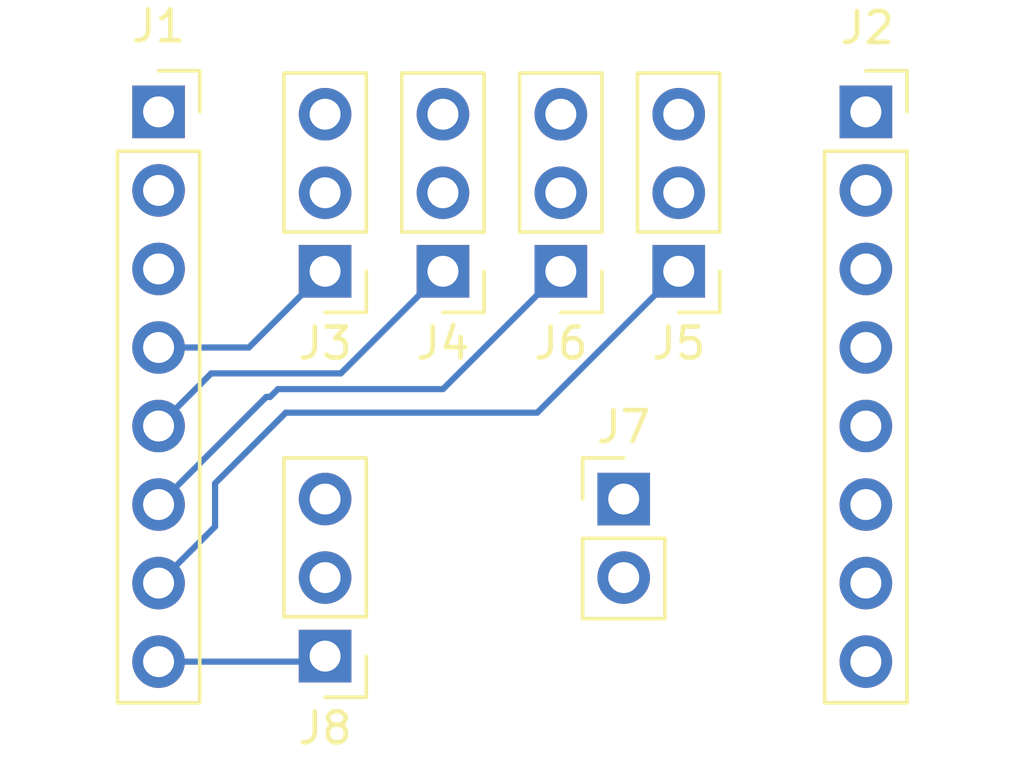
<source format=kicad_pcb>
(kicad_pcb (version 20240108) (generator "pcbnew") (generator_version "8.0")
  (layers (0 "F.Cu" signal) (31 "B.Cu" signal) (34 "B.Paste" user) (35 "F.Paste" user) (36 "B.SilkS" user "B.Silkscreen") (37 "F.SilkS" user "F.Silkscreen") (38 "B.Mask" user) (39 "F.Mask" user) (44 "Edge.Cuts" user))
  (net 0 "")
  (net 1 "Net-(J1-Pin_5)")
  (net 2 "Net-(J1-Pin_2)")
  (net 3 "Net-(J1-Pin_8)")
  (net 4 "Net-(J1-Pin_1)")
  (net 5 "Net-(J1-Pin_6)")
  (net 6 "Net-(J1-Pin_4)")
  (net 8 "Net-(J1-Pin_7)")
  (footprint "Connector_PinHeader_2.54mm:PinHeader_1x03_P2.54mm_Vertical" (layer "F.Cu") (at 135.382 117.602 180)
    (property "Reference" "J8" (at 0 -2.33 0) (layer "F.SilkS"))
    (property "Value" "Motor3")
    (fp_line (start 1.33 1.27) (end 1.33 6.41) (stroke (width 0.12)) (layer "F.SilkS"))
    (fp_line (start -1.33 6.41) (end 1.33 6.41) (stroke (width 0.12)) (layer "F.SilkS"))
    (fp_line (start -1.33 1.27) (end 1.33 1.27) (stroke (width 0.12)) (layer "F.SilkS"))
    (fp_line (start -1.33 1.27) (end -1.33 6.41) (stroke (width 0.12)) (layer "F.SilkS"))
    (fp_line (start -1.33 0) (end -1.33 -1.33) (stroke (width 0.12)) (layer "F.SilkS"))
    (fp_line (start -1.33 -1.33) (end 0 -1.33) (stroke (width 0.12)) (layer "F.SilkS"))
    (pad "1" thru_hole rect (at 0 0 180) (size 1.7 1.7) (drill 1) (layers "*.Cu" "*.Mask") (net 3 "Net-(J1-Pin_8)"))
    (pad "2" thru_hole oval (at 0 2.54 180) (size 1.7 1.7) (drill 1) (layers "*.Cu" "*.Mask") (net 4 "Net-(J1-Pin_1)"))
    (pad "3" thru_hole oval (at 0 5.08 180) (size 1.7 1.7) (drill 1) (layers "*.Cu" "*.Mask") (net 2 "Net-(J1-Pin_2)"))
  )
  (footprint "Connector_PinHeader_2.54mm:PinHeader_1x02_P2.54mm_Vertical" (layer "F.Cu") (at 145.034 112.522)
    (property "Reference" "J7" (at 0 -2.33 0) (layer "F.SilkS"))
    (property "Value" "Bateria")
    (fp_line (start -1.33 -1.33) (end 0 -1.33) (stroke (width 0.12)) (layer "F.SilkS"))
    (fp_line (start -1.33 0) (end -1.33 -1.33) (stroke (width 0.12)) (layer "F.SilkS"))
    (fp_line (start -1.33 1.27) (end -1.33 3.87) (stroke (width 0.12)) (layer "F.SilkS"))
    (fp_line (start -1.33 1.27) (end 1.33 1.27) (stroke (width 0.12)) (layer "F.SilkS"))
    (fp_line (start -1.33 3.87) (end 1.33 3.87) (stroke (width 0.12)) (layer "F.SilkS"))
    (fp_line (start 1.33 1.27) (end 1.33 3.87) (stroke (width 0.12)) (layer "F.SilkS"))
    (pad "1" thru_hole rect (at 0 0) (size 1.7 1.7) (drill 1) (layers "*.Cu" "*.Mask") (net 2 "Net-(J1-Pin_2)"))
    (pad "2" thru_hole oval (at 0 2.54) (size 1.7 1.7) (drill 1) (layers "*.Cu" "*.Mask") (net 4 "Net-(J1-Pin_1)"))
  )
  (footprint "Connector_PinHeader_2.54mm:PinHeader_1x03_P2.54mm_Vertical" (layer "F.Cu") (at 139.192 105.156 180)
    (property "Reference" "J4" (at 0 -2.33 0) (layer "F.SilkS"))
    (property "Value" "Motor2")
    (fp_line (start 1.33 1.27) (end 1.33 6.41) (stroke (width 0.12)) (layer "F.SilkS"))
    (fp_line (start -1.33 6.41) (end 1.33 6.41) (stroke (width 0.12)) (layer "F.SilkS"))
    (fp_line (start -1.33 1.27) (end 1.33 1.27) (stroke (width 0.12)) (layer "F.SilkS"))
    (fp_line (start -1.33 1.27) (end -1.33 6.41) (stroke (width 0.12)) (layer "F.SilkS"))
    (fp_line (start -1.33 0) (end -1.33 -1.33) (stroke (width 0.12)) (layer "F.SilkS"))
    (fp_line (start -1.33 -1.33) (end 0 -1.33) (stroke (width 0.12)) (layer "F.SilkS"))
    (pad "1" thru_hole rect (at 0 0 180) (size 1.7 1.7) (drill 1) (layers "*.Cu" "*.Mask") (net 1 "Net-(J1-Pin_5)"))
    (pad "2" thru_hole oval (at 0 2.54 180) (size 1.7 1.7) (drill 1) (layers "*.Cu" "*.Mask") (net 4 "Net-(J1-Pin_1)"))
    (pad "3" thru_hole oval (at 0 5.08 180) (size 1.7 1.7) (drill 1) (layers "*.Cu" "*.Mask") (net 2 "Net-(J1-Pin_2)"))
  )
  (footprint "Connector_PinHeader_2.54mm:PinHeader_1x03_P2.54mm_Vertical" (layer "F.Cu") (at 146.812 105.156 180)
    (property "Reference" "J5" (at 0 -2.33 0) (layer "F.SilkS"))
    (property "Value" "Motor4")
    (fp_line (start 1.33 1.27) (end 1.33 6.41) (stroke (width 0.12)) (layer "F.SilkS"))
    (fp_line (start -1.33 6.41) (end 1.33 6.41) (stroke (width 0.12)) (layer "F.SilkS"))
    (fp_line (start -1.33 1.27) (end 1.33 1.27) (stroke (width 0.12)) (layer "F.SilkS"))
    (fp_line (start -1.33 1.27) (end -1.33 6.41) (stroke (width 0.12)) (layer "F.SilkS"))
    (fp_line (start -1.33 0) (end -1.33 -1.33) (stroke (width 0.12)) (layer "F.SilkS"))
    (fp_line (start -1.33 -1.33) (end 0 -1.33) (stroke (width 0.12)) (layer "F.SilkS"))
    (pad "1" thru_hole rect (at 0 0 180) (size 1.7 1.7) (drill 1) (layers "*.Cu" "*.Mask") (net 8 "Net-(J1-Pin_7)"))
    (pad "2" thru_hole oval (at 0 2.54 180) (size 1.7 1.7) (drill 1) (layers "*.Cu" "*.Mask") (net 4 "Net-(J1-Pin_1)"))
    (pad "3" thru_hole oval (at 0 5.08 180) (size 1.7 1.7) (drill 1) (layers "*.Cu" "*.Mask") (net 2 "Net-(J1-Pin_2)"))
  )
  (footprint "Connector_PinHeader_2.54mm:PinHeader_1x03_P2.54mm_Vertical" (layer "F.Cu") (at 143.002 105.156 180)
    (property "Reference" "J6" (at 0 -2.33 0) (layer "F.SilkS"))
    (property "Value" "Motor3")
    (fp_line (start 1.33 1.27) (end 1.33 6.41) (stroke (width 0.12)) (layer "F.SilkS"))
    (fp_line (start -1.33 6.41) (end 1.33 6.41) (stroke (width 0.12)) (layer "F.SilkS"))
    (fp_line (start -1.33 1.27) (end 1.33 1.27) (stroke (width 0.12)) (layer "F.SilkS"))
    (fp_line (start -1.33 1.27) (end -1.33 6.41) (stroke (width 0.12)) (layer "F.SilkS"))
    (fp_line (start -1.33 0) (end -1.33 -1.33) (stroke (width 0.12)) (layer "F.SilkS"))
    (fp_line (start -1.33 -1.33) (end 0 -1.33) (stroke (width 0.12)) (layer "F.SilkS"))
    (pad "1" thru_hole rect (at 0 0 180) (size 1.7 1.7) (drill 1) (layers "*.Cu" "*.Mask") (net 5 "Net-(J1-Pin_6)"))
    (pad "2" thru_hole oval (at 0 2.54 180) (size 1.7 1.7) (drill 1) (layers "*.Cu" "*.Mask") (net 4 "Net-(J1-Pin_1)"))
    (pad "3" thru_hole oval (at 0 5.08 180) (size 1.7 1.7) (drill 1) (layers "*.Cu" "*.Mask") (net 2 "Net-(J1-Pin_2)"))
  )
  (footprint "Connector_PinSocket_2.54mm:PinSocket_1x08_P2.54mm_Vertical" (layer "F.Cu") (at 152.86 100)
    (property "Reference" "J2" (at 0.048 -2.718 0) (layer "F.SilkS"))
    (property "Value" "Connection 2")
    (fp_line (start -1.33 1.27) (end -1.33 19.11) (stroke (width 0.12)) (layer "F.SilkS"))
    (fp_line (start -1.33 1.27) (end 1.33 1.27) (stroke (width 0.12)) (layer "F.SilkS"))
    (fp_line (start -1.33 19.11) (end 1.33 19.11) (stroke (width 0.12)) (layer "F.SilkS"))
    (fp_line (start 0 -1.33) (end 1.33 -1.33) (stroke (width 0.12)) (layer "F.SilkS"))
    (fp_line (start 1.33 -1.33) (end 1.33 0) (stroke (width 0.12)) (layer "F.SilkS"))
    (fp_line (start 1.33 1.27) (end 1.33 19.11) (stroke (width 0.12)) (layer "F.SilkS"))
    (pad "1" thru_hole rect (at 0 0) (size 1.7 1.7) (drill 1) (layers "*.Cu" "*.Mask"))
    (pad "2" thru_hole oval (at 0 2.54) (size 1.7 1.7) (drill 1) (layers "*.Cu" "*.Mask"))
    (pad "3" thru_hole oval (at 0 5.08) (size 1.7 1.7) (drill 1) (layers "*.Cu" "*.Mask"))
    (pad "4" thru_hole oval (at 0 7.62) (size 1.7 1.7) (drill 1) (layers "*.Cu" "*.Mask"))
    (pad "5" thru_hole oval (at 0 10.16) (size 1.7 1.7) (drill 1) (layers "*.Cu" "*.Mask"))
    (pad "6" thru_hole oval (at 0 12.7) (size 1.7 1.7) (drill 1) (layers "*.Cu" "*.Mask"))
    (pad "7" thru_hole oval (at 0 15.24) (size 1.7 1.7) (drill 1) (layers "*.Cu" "*.Mask"))
    (pad "8" thru_hole oval (at 0 17.78) (size 1.7 1.7) (drill 1) (layers "*.Cu" "*.Mask"))
  )
  (footprint "Connector_PinSocket_2.54mm:PinSocket_1x08_P2.54mm_Vertical" (layer "F.Cu") (at 130 100)
    (property "Reference" "J1" (at 0 -2.77 0) (layer "F.SilkS"))
    (property "Value" "Connection 1")
    (fp_line (start -1.33 1.27) (end -1.33 19.11) (stroke (width 0.12)) (layer "F.SilkS"))
    (fp_line (start -1.33 1.27) (end 1.33 1.27) (stroke (width 0.12)) (layer "F.SilkS"))
    (fp_line (start -1.33 19.11) (end 1.33 19.11) (stroke (width 0.12)) (layer "F.SilkS"))
    (fp_line (start 0 -1.33) (end 1.33 -1.33) (stroke (width 0.12)) (layer "F.SilkS"))
    (fp_line (start 1.33 -1.33) (end 1.33 0) (stroke (width 0.12)) (layer "F.SilkS"))
    (fp_line (start 1.33 1.27) (end 1.33 19.11) (stroke (width 0.12)) (layer "F.SilkS"))
    (pad "1" thru_hole rect (at 0 0) (size 1.7 1.7) (drill 1) (layers "*.Cu" "*.Mask") (net 4 "Net-(J1-Pin_1)"))
    (pad "2" thru_hole oval (at 0 2.54) (size 1.7 1.7) (drill 1) (layers "*.Cu" "*.Mask") (net 2 "Net-(J1-Pin_2)"))
    (pad "3" thru_hole oval (at 0 5.08) (size 1.7 1.7) (drill 1) (layers "*.Cu" "*.Mask"))
    (pad "4" thru_hole oval (at 0 7.62) (size 1.7 1.7) (drill 1) (layers "*.Cu" "*.Mask") (net 6 "Net-(J1-Pin_4)"))
    (pad "5" thru_hole oval (at 0 10.16) (size 1.7 1.7) (drill 1) (layers "*.Cu" "*.Mask") (net 1 "Net-(J1-Pin_5)"))
    (pad "6" thru_hole oval (at 0 12.7) (size 1.7 1.7) (drill 1) (layers "*.Cu" "*.Mask") (net 5 "Net-(J1-Pin_6)"))
    (pad "7" thru_hole oval (at 0 15.24) (size 1.7 1.7) (drill 1) (layers "*.Cu" "*.Mask") (net 8 "Net-(J1-Pin_7)"))
    (pad "8" thru_hole oval (at 0 17.78) (size 1.7 1.7) (drill 1) (layers "*.Cu" "*.Mask") (net 3 "Net-(J1-Pin_8)"))
  )
  (footprint "Connector_PinHeader_2.54mm:PinHeader_1x03_P2.54mm_Vertical" (layer "F.Cu") (at 135.382 105.156 180)
    (property "Reference" "J3" (at 0 -2.33 0) (layer "F.SilkS"))
    (property "Value" "Motor1")
    (fp_line (start 1.33 1.27) (end 1.33 6.41) (stroke (width 0.12)) (layer "F.SilkS"))
    (fp_line (start -1.33 6.41) (end 1.33 6.41) (stroke (width 0.12)) (layer "F.SilkS"))
    (fp_line (start -1.33 1.27) (end 1.33 1.27) (stroke (width 0.12)) (layer "F.SilkS"))
    (fp_line (start -1.33 1.27) (end -1.33 6.41) (stroke (width 0.12)) (layer "F.SilkS"))
    (fp_line (start -1.33 0) (end -1.33 -1.33) (stroke (width 0.12)) (layer "F.SilkS"))
    (fp_line (start -1.33 -1.33) (end 0 -1.33) (stroke (width 0.12)) (layer "F.SilkS"))
    (pad "1" thru_hole rect (at 0 0 180) (size 1.7 1.7) (drill 1) (layers "*.Cu" "*.Mask") (net 6 "Net-(J1-Pin_4)"))
    (pad "2" thru_hole oval (at 0 2.54 180) (size 1.7 1.7) (drill 1) (layers "*.Cu" "*.Mask") (net 4 "Net-(J1-Pin_1)"))
    (pad "3" thru_hole oval (at 0 5.08 180) (size 1.7 1.7) (drill 1) (layers "*.Cu" "*.Mask") (net 2 "Net-(J1-Pin_2)"))
  )
  (segment (start 135.89 108.458) (end 139.192 105.156) (width 0.2) (layer "B.Cu") (net 1))
  (segment (start 130 110.16) (end 131.702 108.458) (width 0.2) (layer "B.Cu") (net 1))
  (segment (start 131.702 108.458) (end 135.89 108.458) (width 0.2) (layer "B.Cu") (net 1))
  (segment (start 130 117.78) (end 135.204 117.78) (width 0.2) (layer "B.Cu") (net 3))
  (segment (start 135.204 117.78) (end 135.382 117.602) (width 0.2) (layer "B.Cu") (net 3))
  (segment (start 133.858 108.966) (end 139.192 108.966) (width 0.2) (layer "B.Cu") (net 5))
  (segment (start 133.604 109.22) (end 133.858 108.966) (width 0.2) (layer "B.Cu") (net 5))
  (segment (start 133.48 109.22) (end 133.604 109.22) (width 0.2) (layer "B.Cu") (net 5))
  (segment (start 139.192 108.966) (end 143.002 105.156) (width 0.2) (layer "B.Cu") (net 5))
  (segment (start 130 112.7) (end 133.48 109.22) (width 0.2) (layer "B.Cu") (net 5))
  (segment (start 130 107.62) (end 132.918 107.62) (width 0.2) (layer "B.Cu") (net 6))
  (segment (start 132.918 107.62) (end 135.382 105.156) (width 0.2) (layer "B.Cu") (net 6))
  (segment (start 131.826 112.014) (end 134.112 109.728) (width 0.2) (layer "B.Cu") (net 8))
  (segment (start 142.24 109.728) (end 146.812 105.156) (width 0.2) (layer "B.Cu") (net 8))
  (segment (start 131.826 113.414) (end 131.826 112.014) (width 0.2) (layer "B.Cu") (net 8))
  (segment (start 134.112 109.728) (end 142.24 109.728) (width 0.2) (layer "B.Cu") (net 8))
  (segment (start 130 115.24) (end 131.826 113.414) (width 0.2) (layer "B.Cu") (net 8))
)
</source>
